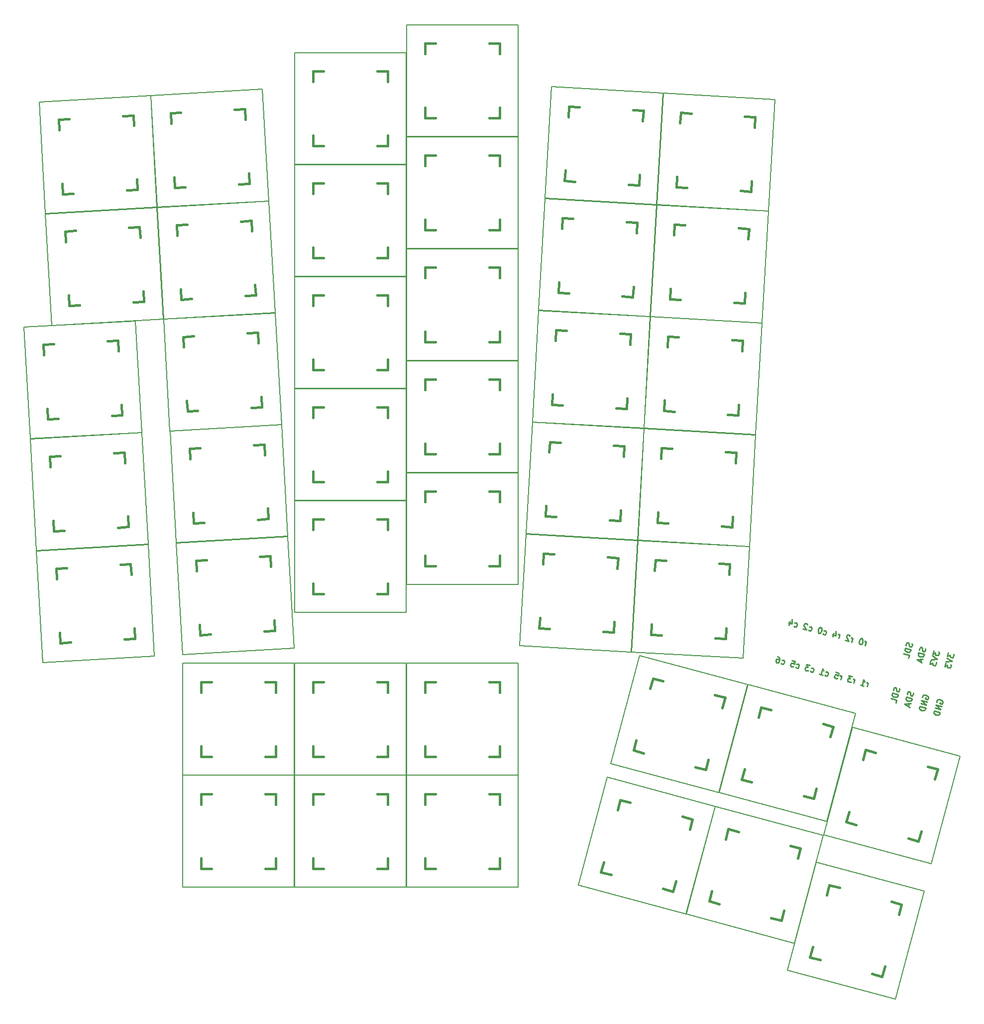
<source format=gbo>
G04 #@! TF.FileFunction,Legend,Bot*
%FSLAX46Y46*%
G04 Gerber Fmt 4.6, Leading zero omitted, Abs format (unit mm)*
G04 Created by KiCad (PCBNEW 4.0.6+dfsg1-1) date Sat Mar 24 19:44:59 2018*
%MOMM*%
%LPD*%
G01*
G04 APERTURE LIST*
%ADD10C,0.100000*%
%ADD11C,0.250000*%
%ADD12C,0.150000*%
%ADD13C,0.381000*%
G04 APERTURE END LIST*
D10*
D11*
X189039088Y-139294849D02*
X189048110Y-139445163D01*
X188986486Y-139675146D01*
X188915841Y-139754814D01*
X188857520Y-139788486D01*
X188753202Y-139809833D01*
X188661209Y-139785183D01*
X188581541Y-139714537D01*
X188547869Y-139656216D01*
X188526521Y-139551898D01*
X188529824Y-139355587D01*
X188508477Y-139251269D01*
X188474805Y-139192948D01*
X188395137Y-139122302D01*
X188303144Y-139097653D01*
X188198827Y-139119000D01*
X188140506Y-139152672D01*
X188069860Y-139232340D01*
X188008236Y-139462323D01*
X188017258Y-139612637D01*
X188826265Y-140273099D02*
X187860339Y-140014280D01*
X187798716Y-140244262D01*
X187807738Y-140394577D01*
X187875081Y-140511219D01*
X187954750Y-140581865D01*
X188126411Y-140677160D01*
X188264401Y-140714135D01*
X188460711Y-140717437D01*
X188565029Y-140696090D01*
X188681671Y-140628747D01*
X188764642Y-140503081D01*
X188826265Y-140273099D01*
X188444199Y-141698990D02*
X188567446Y-141239025D01*
X187601520Y-140980206D01*
X191305250Y-140091850D02*
X191314273Y-140242164D01*
X191252649Y-140472147D01*
X191182003Y-140551815D01*
X191123682Y-140585487D01*
X191019364Y-140606834D01*
X190927372Y-140582184D01*
X190847703Y-140511539D01*
X190814032Y-140453217D01*
X190792684Y-140348900D01*
X190795986Y-140152588D01*
X190774639Y-140048271D01*
X190740968Y-139989950D01*
X190661300Y-139919304D01*
X190569307Y-139894654D01*
X190464989Y-139916001D01*
X190406668Y-139949673D01*
X190336022Y-140029341D01*
X190274398Y-140259324D01*
X190283421Y-140409638D01*
X191092428Y-141070100D02*
X190126502Y-140811281D01*
X190064878Y-141041264D01*
X190073900Y-141191578D01*
X190141244Y-141308221D01*
X190220912Y-141378867D01*
X190392573Y-141474162D01*
X190530563Y-141511136D01*
X190726874Y-141514439D01*
X190831191Y-141493092D01*
X190947833Y-141425748D01*
X191030804Y-141300083D01*
X191092428Y-141070100D01*
X190569955Y-141916082D02*
X190446708Y-142376047D01*
X190870583Y-141898037D02*
X189818384Y-141961193D01*
X190698037Y-142541988D01*
X192701483Y-140442358D02*
X192541262Y-141040312D01*
X192995506Y-140816934D01*
X192958532Y-140954924D01*
X192979879Y-141059242D01*
X193013551Y-141117563D01*
X193093220Y-141188209D01*
X193323202Y-141249833D01*
X193427520Y-141228486D01*
X193485841Y-141194814D01*
X193556486Y-141115146D01*
X193630435Y-140839166D01*
X193609088Y-140734849D01*
X193575416Y-140676527D01*
X192467314Y-141316291D02*
X193346966Y-141897085D01*
X192294767Y-141960242D01*
X192233144Y-142190224D02*
X192072923Y-142788178D01*
X192527167Y-142564800D01*
X192490193Y-142702790D01*
X192511540Y-142807108D01*
X192545211Y-142865429D01*
X192624881Y-142936075D01*
X192854863Y-142997698D01*
X192959180Y-142976351D01*
X193017501Y-142942680D01*
X193088147Y-142863012D01*
X193162096Y-142587032D01*
X193140749Y-142482715D01*
X193107077Y-142424393D01*
X195201483Y-140832358D02*
X195041262Y-141430312D01*
X195495506Y-141206934D01*
X195458532Y-141344924D01*
X195479879Y-141449242D01*
X195513551Y-141507563D01*
X195593220Y-141578209D01*
X195823202Y-141639833D01*
X195927520Y-141618486D01*
X195985841Y-141584814D01*
X196056486Y-141505146D01*
X196130435Y-141229166D01*
X196109088Y-141124849D01*
X196075416Y-141066527D01*
X194967314Y-141706291D02*
X195846966Y-142287085D01*
X194794767Y-142350242D01*
X194733144Y-142580224D02*
X194572923Y-143178178D01*
X195027167Y-142954800D01*
X194990193Y-143092790D01*
X195011540Y-143197108D01*
X195045211Y-143255429D01*
X195124881Y-143326075D01*
X195354863Y-143387698D01*
X195459180Y-143366351D01*
X195517501Y-143332680D01*
X195588147Y-143253012D01*
X195662096Y-142977032D01*
X195640749Y-142872715D01*
X195607077Y-142814393D01*
X186879088Y-146934849D02*
X186888110Y-147085163D01*
X186826486Y-147315146D01*
X186755841Y-147394814D01*
X186697520Y-147428486D01*
X186593202Y-147449833D01*
X186501209Y-147425183D01*
X186421541Y-147354537D01*
X186387869Y-147296216D01*
X186366521Y-147191898D01*
X186369824Y-146995587D01*
X186348477Y-146891269D01*
X186314805Y-146832948D01*
X186235137Y-146762302D01*
X186143144Y-146737653D01*
X186038827Y-146759000D01*
X185980506Y-146792672D01*
X185909860Y-146872340D01*
X185848236Y-147102323D01*
X185857258Y-147252637D01*
X186666265Y-147913099D02*
X185700339Y-147654280D01*
X185638716Y-147884262D01*
X185647738Y-148034577D01*
X185715081Y-148151219D01*
X185794750Y-148221865D01*
X185966411Y-148317160D01*
X186104401Y-148354135D01*
X186300711Y-148357437D01*
X186405029Y-148336090D01*
X186521671Y-148268747D01*
X186604642Y-148143081D01*
X186666265Y-147913099D01*
X186284199Y-149338990D02*
X186407446Y-148879025D01*
X185441520Y-148620206D01*
X181363321Y-146603682D02*
X181535868Y-145959731D01*
X181486569Y-146143716D02*
X181465222Y-146039399D01*
X181431550Y-145981078D01*
X181351882Y-145910432D01*
X181259888Y-145885782D01*
X180259405Y-146307888D02*
X180811363Y-146455785D01*
X180535385Y-146381837D02*
X180794204Y-145415911D01*
X180849223Y-145578550D01*
X180916566Y-145695192D01*
X180996234Y-145765838D01*
X179109494Y-145999770D02*
X179282040Y-145355819D01*
X179232741Y-145539805D02*
X179211394Y-145435488D01*
X179177722Y-145377166D01*
X179098054Y-145306521D01*
X179006060Y-145281871D01*
X178862351Y-144898272D02*
X178264397Y-144738051D01*
X178487775Y-145192296D01*
X178349785Y-145155321D01*
X178245467Y-145176668D01*
X178187146Y-145210340D01*
X178116500Y-145290009D01*
X178054877Y-145519991D01*
X178076224Y-145624309D01*
X178109895Y-145682630D01*
X178189564Y-145753276D01*
X178465543Y-145827224D01*
X178569861Y-145805877D01*
X178628182Y-145772205D01*
X176855666Y-145395859D02*
X177028212Y-144751908D01*
X176978914Y-144935894D02*
X176957567Y-144831576D01*
X176923895Y-144773255D01*
X176844227Y-144702609D01*
X176752233Y-144677960D01*
X176056566Y-144146464D02*
X176516531Y-144269712D01*
X176439280Y-144742001D01*
X176405609Y-144683680D01*
X176325940Y-144613034D01*
X176095957Y-144551410D01*
X175991640Y-144572757D01*
X175933319Y-144606429D01*
X175862673Y-144686098D01*
X175801049Y-144916080D01*
X175822396Y-145020397D01*
X175856068Y-145078719D01*
X175935736Y-145149364D01*
X176165719Y-145210988D01*
X176270037Y-145189641D01*
X176328358Y-145155969D01*
X174200195Y-144635029D02*
X174279863Y-144705675D01*
X174463849Y-144754974D01*
X174568167Y-144733627D01*
X174626488Y-144699955D01*
X174697134Y-144620287D01*
X174771082Y-144344307D01*
X174749735Y-144239990D01*
X174716064Y-144181669D01*
X174636396Y-144111023D01*
X174452409Y-144061724D01*
X174348091Y-144083071D01*
X173267941Y-144434531D02*
X173819899Y-144582428D01*
X173543920Y-144508479D02*
X173802739Y-143542553D01*
X173857758Y-143705192D01*
X173925101Y-143821834D01*
X174004769Y-143892480D01*
X171716385Y-143969494D02*
X171796053Y-144040140D01*
X171980040Y-144089439D01*
X172084357Y-144068092D01*
X172142678Y-144034420D01*
X172213324Y-143954752D01*
X172287273Y-143678772D01*
X172265926Y-143574455D01*
X172232254Y-143516134D01*
X172152586Y-143445488D01*
X171968599Y-143396189D01*
X171864282Y-143417536D01*
X171640904Y-142963292D02*
X171042950Y-142803070D01*
X171266328Y-143257315D01*
X171128338Y-143220340D01*
X171024020Y-143241687D01*
X170965699Y-143275359D01*
X170895053Y-143355028D01*
X170833430Y-143585010D01*
X170854777Y-143689328D01*
X170888448Y-143747649D01*
X170968117Y-143818295D01*
X171244096Y-143892243D01*
X171348414Y-143870896D01*
X171406735Y-143837225D01*
X169232575Y-143303959D02*
X169312243Y-143374605D01*
X169496230Y-143423904D01*
X169600548Y-143402557D01*
X169658869Y-143368885D01*
X169729515Y-143289217D01*
X169803463Y-143013238D01*
X169782116Y-142908920D01*
X169748444Y-142850599D01*
X169668776Y-142779953D01*
X169484790Y-142730654D01*
X169380472Y-142752001D01*
X168605137Y-142149860D02*
X169065102Y-142273107D01*
X168987851Y-142745396D01*
X168954180Y-142687075D01*
X168874511Y-142616429D01*
X168644528Y-142554806D01*
X168540211Y-142576153D01*
X168481890Y-142609824D01*
X168411244Y-142689493D01*
X168349620Y-142919476D01*
X168370967Y-143023793D01*
X168404639Y-143082114D01*
X168484307Y-143152760D01*
X168714290Y-143214384D01*
X168818608Y-143193037D01*
X168876929Y-143159365D01*
X166748766Y-142638424D02*
X166828434Y-142709070D01*
X167012420Y-142758369D01*
X167116738Y-142737022D01*
X167175059Y-142703351D01*
X167245705Y-142623682D01*
X167319653Y-142347703D01*
X167298306Y-142243385D01*
X167264635Y-142185064D01*
X167184967Y-142114418D01*
X167000980Y-142065119D01*
X166896662Y-142086466D01*
X166167323Y-141496650D02*
X166351310Y-141545949D01*
X166430978Y-141616595D01*
X166464650Y-141674916D01*
X166519669Y-141837555D01*
X166516366Y-142033865D01*
X166417768Y-142401837D01*
X166347123Y-142481506D01*
X166288801Y-142515177D01*
X166184484Y-142536524D01*
X166000497Y-142487225D01*
X165920829Y-142416579D01*
X165887157Y-142358258D01*
X165865810Y-142253941D01*
X165927434Y-142023959D01*
X165998080Y-141944290D01*
X166056401Y-141910618D01*
X166160719Y-141889271D01*
X166344705Y-141938570D01*
X166424373Y-142009216D01*
X166458045Y-142067537D01*
X166479392Y-142171855D01*
X181041417Y-139590914D02*
X181213963Y-138946963D01*
X181164664Y-139130949D02*
X181143317Y-139026632D01*
X181109646Y-138968310D01*
X181029978Y-138897665D01*
X180937984Y-138873015D01*
X180518296Y-138415468D02*
X180426302Y-138390819D01*
X180321985Y-138412166D01*
X180263664Y-138445837D01*
X180193018Y-138525505D01*
X180097722Y-138697166D01*
X180036099Y-138927150D01*
X180032796Y-139123460D01*
X180054143Y-139227777D01*
X180087815Y-139286099D01*
X180167483Y-139356744D01*
X180259477Y-139381394D01*
X180363795Y-139360047D01*
X180422116Y-139326375D01*
X180492761Y-139246707D01*
X180588057Y-139075046D01*
X180649680Y-138845063D01*
X180652983Y-138648753D01*
X180631636Y-138544435D01*
X180597964Y-138486114D01*
X180518296Y-138415468D01*
X178787590Y-138987003D02*
X178960136Y-138343052D01*
X178910837Y-138527038D02*
X178889490Y-138422720D01*
X178855818Y-138364399D01*
X178776150Y-138293753D01*
X178684156Y-138269104D01*
X178469801Y-137965173D02*
X178436129Y-137906852D01*
X178356461Y-137836206D01*
X178126478Y-137774583D01*
X178022161Y-137795930D01*
X177963840Y-137829601D01*
X177893194Y-137909269D01*
X177868544Y-138001262D01*
X177877567Y-138151576D01*
X178281628Y-138851431D01*
X177683673Y-138691210D01*
X176533762Y-138383092D02*
X176706308Y-137739141D01*
X176657009Y-137923127D02*
X176635662Y-137818809D01*
X176601991Y-137760488D01*
X176522322Y-137689842D01*
X176430329Y-137665192D01*
X175694385Y-137467997D02*
X175521839Y-138111948D01*
X176022966Y-137161649D02*
X176068077Y-137913220D01*
X175470122Y-137752999D01*
X173878290Y-137622261D02*
X173957958Y-137692907D01*
X174141945Y-137742206D01*
X174246263Y-137720859D01*
X174304584Y-137687188D01*
X174375230Y-137607520D01*
X174449178Y-137331540D01*
X174427831Y-137227222D01*
X174394159Y-137168901D01*
X174314491Y-137098256D01*
X174130505Y-137048956D01*
X174026187Y-137070303D01*
X173526831Y-136542111D02*
X173434837Y-136517461D01*
X173330520Y-136538808D01*
X173272199Y-136572480D01*
X173201553Y-136652148D01*
X173106258Y-136823809D01*
X173044634Y-137053792D01*
X173041331Y-137250103D01*
X173062678Y-137354420D01*
X173096350Y-137412741D01*
X173176018Y-137483387D01*
X173268012Y-137508037D01*
X173372330Y-137486690D01*
X173430651Y-137453018D01*
X173501297Y-137373350D01*
X173596592Y-137201689D01*
X173658216Y-136971706D01*
X173661518Y-136775395D01*
X173640171Y-136671078D01*
X173606499Y-136612757D01*
X173526831Y-136542111D01*
X171394481Y-136956727D02*
X171474149Y-137027373D01*
X171658135Y-137076672D01*
X171762453Y-137055325D01*
X171820774Y-137021653D01*
X171891420Y-136941985D01*
X171965368Y-136666005D01*
X171944021Y-136561688D01*
X171910350Y-136503367D01*
X171830682Y-136432721D01*
X171646695Y-136383422D01*
X171542377Y-136404769D01*
X171248354Y-136030192D02*
X171214682Y-135971871D01*
X171135014Y-135901226D01*
X170905031Y-135839602D01*
X170800714Y-135860949D01*
X170742393Y-135894620D01*
X170671747Y-135974289D01*
X170647097Y-136066281D01*
X170656120Y-136216595D01*
X171060181Y-136916450D01*
X170462227Y-136756229D01*
X168910671Y-136291192D02*
X168990339Y-136361838D01*
X169174326Y-136411137D01*
X169278643Y-136389790D01*
X169336964Y-136356118D01*
X169407610Y-136276450D01*
X169481559Y-136000470D01*
X169460212Y-135896153D01*
X169426540Y-135837832D01*
X169346872Y-135767186D01*
X169162885Y-135717887D01*
X169058568Y-135739234D01*
X168242956Y-135471392D02*
X168070410Y-136115343D01*
X168571537Y-135165045D02*
X168616648Y-135916616D01*
X168018693Y-135756394D01*
X193254232Y-149234648D02*
X193232885Y-149130330D01*
X193269859Y-148992341D01*
X193352830Y-148866675D01*
X193469472Y-148799332D01*
X193573790Y-148777985D01*
X193770100Y-148781287D01*
X193908091Y-148818262D01*
X194079752Y-148913557D01*
X194159420Y-148984203D01*
X194226763Y-149100845D01*
X194235785Y-149251160D01*
X194211136Y-149343153D01*
X194128165Y-149468817D01*
X194069844Y-149502489D01*
X193747869Y-149416216D01*
X193797168Y-149232230D01*
X194050915Y-149941106D02*
X193084989Y-149682287D01*
X193903018Y-150493064D01*
X192937092Y-150234245D01*
X193779771Y-150953029D02*
X192813845Y-150694209D01*
X192752222Y-150924192D01*
X192761244Y-151074507D01*
X192828587Y-151191149D01*
X192908255Y-151261795D01*
X193079916Y-151357090D01*
X193217906Y-151394064D01*
X193414217Y-151397367D01*
X193518534Y-151376020D01*
X193635177Y-151308676D01*
X193718147Y-151183011D01*
X193779771Y-150953029D01*
X190804232Y-148464648D02*
X190782885Y-148360330D01*
X190819859Y-148222341D01*
X190902830Y-148096675D01*
X191019472Y-148029332D01*
X191123790Y-148007985D01*
X191320100Y-148011287D01*
X191458091Y-148048262D01*
X191629752Y-148143557D01*
X191709420Y-148214203D01*
X191776763Y-148330845D01*
X191785785Y-148481160D01*
X191761136Y-148573153D01*
X191678165Y-148698817D01*
X191619844Y-148732489D01*
X191297869Y-148646216D01*
X191347168Y-148462230D01*
X191600915Y-149171106D02*
X190634989Y-148912287D01*
X191453018Y-149723064D01*
X190487092Y-149464245D01*
X191329771Y-150183029D02*
X190363845Y-149924209D01*
X190302222Y-150154192D01*
X190311244Y-150304507D01*
X190378587Y-150421149D01*
X190458255Y-150491795D01*
X190629916Y-150587090D01*
X190767906Y-150624064D01*
X190964217Y-150627367D01*
X191068534Y-150606020D01*
X191185177Y-150538676D01*
X191268147Y-150413011D01*
X191329771Y-150183029D01*
X189245250Y-147631850D02*
X189254273Y-147782164D01*
X189192649Y-148012147D01*
X189122003Y-148091815D01*
X189063682Y-148125487D01*
X188959364Y-148146834D01*
X188867372Y-148122184D01*
X188787703Y-148051539D01*
X188754032Y-147993217D01*
X188732684Y-147888900D01*
X188735986Y-147692588D01*
X188714639Y-147588271D01*
X188680968Y-147529950D01*
X188601300Y-147459304D01*
X188509307Y-147434654D01*
X188404989Y-147456001D01*
X188346668Y-147489673D01*
X188276022Y-147569341D01*
X188214398Y-147799324D01*
X188223421Y-147949638D01*
X189032428Y-148610100D02*
X188066502Y-148351281D01*
X188004878Y-148581264D01*
X188013900Y-148731578D01*
X188081244Y-148848221D01*
X188160912Y-148918867D01*
X188332573Y-149014162D01*
X188470563Y-149051136D01*
X188666874Y-149054439D01*
X188771191Y-149033092D01*
X188887833Y-148965748D01*
X188970804Y-148840083D01*
X189032428Y-148610100D01*
X188509955Y-149456082D02*
X188386708Y-149916047D01*
X188810583Y-149438037D02*
X187758384Y-149501193D01*
X188638037Y-150081988D01*
D12*
X41626664Y-66182345D02*
X60596105Y-65105182D01*
X60596105Y-65105182D02*
X61673268Y-84074623D01*
X61673268Y-84074623D02*
X42703827Y-85151786D01*
X42703827Y-85151786D02*
X41626664Y-66182345D01*
D13*
X44950180Y-69148696D02*
X46725320Y-69047896D01*
X55854614Y-68529497D02*
X57629754Y-68428698D01*
X57629754Y-68428698D02*
X57730554Y-70203838D01*
X58248953Y-79333132D02*
X58349752Y-81108272D01*
X58349752Y-81108272D02*
X56574612Y-81209072D01*
X47445318Y-81727471D02*
X45670178Y-81828270D01*
X45670178Y-81828270D02*
X45569378Y-80053130D01*
X45050979Y-70923836D02*
X44950180Y-69148696D01*
D12*
X61726023Y-84121709D02*
X80695464Y-83044546D01*
X80695464Y-83044546D02*
X81772627Y-102013987D01*
X81772627Y-102013987D02*
X62803186Y-103091150D01*
X62803186Y-103091150D02*
X61726023Y-84121709D01*
D13*
X65049539Y-87088060D02*
X66824679Y-86987260D01*
X75953973Y-86468861D02*
X77729113Y-86368062D01*
X77729113Y-86368062D02*
X77829913Y-88143202D01*
X78348312Y-97272496D02*
X78449111Y-99047636D01*
X78449111Y-99047636D02*
X76673971Y-99148436D01*
X67544677Y-99666835D02*
X65769537Y-99767634D01*
X65769537Y-99767634D02*
X65668737Y-97992494D01*
X65150338Y-88863200D02*
X65049539Y-87088060D01*
D12*
X103064638Y-34025000D02*
X122064638Y-34025000D01*
X122064638Y-34025000D02*
X122064638Y-53025000D01*
X122064638Y-53025000D02*
X103064638Y-53025000D01*
X103064638Y-53025000D02*
X103064638Y-34025000D01*
D13*
X106214638Y-37175000D02*
X107992638Y-37175000D01*
X117136638Y-37175000D02*
X118914638Y-37175000D01*
X118914638Y-37175000D02*
X118914638Y-38953000D01*
X118914638Y-48097000D02*
X118914638Y-49875000D01*
X118914638Y-49875000D02*
X117136638Y-49875000D01*
X107992638Y-49875000D02*
X106214638Y-49875000D01*
X106214638Y-49875000D02*
X106214638Y-48097000D01*
X106214638Y-38953000D02*
X106214638Y-37175000D01*
D12*
X63886018Y-122160432D02*
X82855459Y-121083269D01*
X82855459Y-121083269D02*
X83932622Y-140052710D01*
X83932622Y-140052710D02*
X64963181Y-141129873D01*
X64963181Y-141129873D02*
X63886018Y-122160432D01*
D13*
X67209534Y-125126783D02*
X68984674Y-125025983D01*
X78113968Y-124507584D02*
X79889108Y-124406785D01*
X79889108Y-124406785D02*
X79989908Y-126181925D01*
X80508307Y-135311219D02*
X80609106Y-137086359D01*
X80609106Y-137086359D02*
X78833966Y-137187159D01*
X69704672Y-137705558D02*
X67929532Y-137806357D01*
X67929532Y-137806357D02*
X67828732Y-136031217D01*
X67310333Y-126901923D02*
X67209534Y-125126783D01*
D12*
X127691253Y-44570973D02*
X146660694Y-45648136D01*
X146660694Y-45648136D02*
X145583531Y-64617577D01*
X145583531Y-64617577D02*
X126614090Y-63540414D01*
X126614090Y-63540414D02*
X127691253Y-44570973D01*
D13*
X130657604Y-47894489D02*
X132432744Y-47995288D01*
X141562038Y-48513687D02*
X143337178Y-48614487D01*
X143337178Y-48614487D02*
X143236379Y-50389627D01*
X142717980Y-59518921D02*
X142617180Y-61294061D01*
X142617180Y-61294061D02*
X140842040Y-61193262D01*
X131712746Y-60674863D02*
X129937606Y-60574063D01*
X129937606Y-60574063D02*
X130038405Y-58798923D01*
X130556804Y-49669629D02*
X130657604Y-47894489D01*
D12*
X143470621Y-102709055D02*
X162440062Y-103786218D01*
X162440062Y-103786218D02*
X161362899Y-122755659D01*
X161362899Y-122755659D02*
X142393458Y-121678496D01*
X142393458Y-121678496D02*
X143470621Y-102709055D01*
D13*
X146436972Y-106032571D02*
X148212112Y-106133370D01*
X157341406Y-106651769D02*
X159116546Y-106752569D01*
X159116546Y-106752569D02*
X159015747Y-108527709D01*
X158497348Y-117657003D02*
X158396548Y-119432143D01*
X158396548Y-119432143D02*
X156621408Y-119331344D01*
X147492114Y-118812945D02*
X145716974Y-118712145D01*
X145716974Y-118712145D02*
X145817773Y-116937005D01*
X146336172Y-107807711D02*
X146436972Y-106032571D01*
D12*
X84014638Y-161660000D02*
X103014638Y-161660000D01*
X103014638Y-161660000D02*
X103014638Y-180660000D01*
X103014638Y-180660000D02*
X84014638Y-180660000D01*
X84014638Y-180660000D02*
X84014638Y-161660000D01*
D13*
X87164638Y-164810000D02*
X88942638Y-164810000D01*
X98086638Y-164810000D02*
X99864638Y-164810000D01*
X99864638Y-164810000D02*
X99864638Y-166588000D01*
X99864638Y-175732000D02*
X99864638Y-177510000D01*
X99864638Y-177510000D02*
X98086638Y-177510000D01*
X88942638Y-177510000D02*
X87164638Y-177510000D01*
X87164638Y-177510000D02*
X87164638Y-175732000D01*
X87164638Y-166588000D02*
X87164638Y-164810000D01*
D12*
X40546667Y-47162984D02*
X59516108Y-46085821D01*
X59516108Y-46085821D02*
X60593271Y-65055262D01*
X60593271Y-65055262D02*
X41623830Y-66132425D01*
X41623830Y-66132425D02*
X40546667Y-47162984D01*
D13*
X43870183Y-50129335D02*
X45645323Y-50028535D01*
X54774617Y-49510136D02*
X56549757Y-49409337D01*
X56549757Y-49409337D02*
X56650557Y-51184477D01*
X57168956Y-60313771D02*
X57269755Y-62088911D01*
X57269755Y-62088911D02*
X55494615Y-62189711D01*
X46365321Y-62708110D02*
X44590181Y-62808909D01*
X44590181Y-62808909D02*
X44489381Y-61033769D01*
X43970982Y-51904475D02*
X43870183Y-50129335D01*
D12*
X62806021Y-103141070D02*
X81775462Y-102063907D01*
X81775462Y-102063907D02*
X82852625Y-121033348D01*
X82852625Y-121033348D02*
X63883184Y-122110511D01*
X63883184Y-122110511D02*
X62806021Y-103141070D01*
D13*
X66129537Y-106107421D02*
X67904677Y-106006621D01*
X77033971Y-105488222D02*
X78809111Y-105387423D01*
X78809111Y-105387423D02*
X78909911Y-107162563D01*
X79428310Y-116291857D02*
X79529109Y-118066997D01*
X79529109Y-118066997D02*
X77753969Y-118167797D01*
X68624675Y-118686196D02*
X66849535Y-118786995D01*
X66849535Y-118786995D02*
X66748735Y-117011855D01*
X66230336Y-107882561D02*
X66129537Y-106107421D01*
D12*
X103064638Y-53075000D02*
X122064638Y-53075000D01*
X122064638Y-53075000D02*
X122064638Y-72075000D01*
X122064638Y-72075000D02*
X103064638Y-72075000D01*
X103064638Y-72075000D02*
X103064638Y-53075000D01*
D13*
X106214638Y-56225000D02*
X107992638Y-56225000D01*
X117136638Y-56225000D02*
X118914638Y-56225000D01*
X118914638Y-56225000D02*
X118914638Y-58003000D01*
X118914638Y-67147000D02*
X118914638Y-68925000D01*
X118914638Y-68925000D02*
X117136638Y-68925000D01*
X107992638Y-68925000D02*
X106214638Y-68925000D01*
X106214638Y-68925000D02*
X106214638Y-67147000D01*
X106214638Y-58003000D02*
X106214638Y-56225000D01*
D12*
X84014638Y-114987500D02*
X103014638Y-114987500D01*
X103014638Y-114987500D02*
X103014638Y-133987500D01*
X103014638Y-133987500D02*
X84014638Y-133987500D01*
X84014638Y-133987500D02*
X84014638Y-114987500D01*
D13*
X87164638Y-118137500D02*
X88942638Y-118137500D01*
X98086638Y-118137500D02*
X99864638Y-118137500D01*
X99864638Y-118137500D02*
X99864638Y-119915500D01*
X99864638Y-129059500D02*
X99864638Y-130837500D01*
X99864638Y-130837500D02*
X98086638Y-130837500D01*
X88942638Y-130837500D02*
X87164638Y-130837500D01*
X87164638Y-130837500D02*
X87164638Y-129059500D01*
X87164638Y-119915500D02*
X87164638Y-118137500D01*
D12*
X126611255Y-63590335D02*
X145580696Y-64667498D01*
X145580696Y-64667498D02*
X144503533Y-83636939D01*
X144503533Y-83636939D02*
X125534092Y-82559776D01*
X125534092Y-82559776D02*
X126611255Y-63590335D01*
D13*
X129577606Y-66913851D02*
X131352746Y-67014650D01*
X140482040Y-67533049D02*
X142257180Y-67633849D01*
X142257180Y-67633849D02*
X142156381Y-69408989D01*
X141637982Y-78538283D02*
X141537182Y-80313423D01*
X141537182Y-80313423D02*
X139762042Y-80212624D01*
X130632748Y-79694225D02*
X128857608Y-79593425D01*
X128857608Y-79593425D02*
X128958407Y-77818285D01*
X129476806Y-68688991D02*
X129577606Y-66913851D01*
D12*
X142390624Y-121728416D02*
X161360065Y-122805579D01*
X161360065Y-122805579D02*
X160282902Y-141775020D01*
X160282902Y-141775020D02*
X141313461Y-140697857D01*
X141313461Y-140697857D02*
X142390624Y-121728416D01*
D13*
X145356975Y-125051932D02*
X147132115Y-125152731D01*
X156261409Y-125671130D02*
X158036549Y-125771930D01*
X158036549Y-125771930D02*
X157935750Y-127547070D01*
X157417351Y-136676364D02*
X157316551Y-138451504D01*
X157316551Y-138451504D02*
X155541411Y-138350705D01*
X146412117Y-137832306D02*
X144636977Y-137731506D01*
X144636977Y-137731506D02*
X144737776Y-135956366D01*
X145256175Y-126827072D02*
X145356975Y-125051932D01*
D12*
X103064638Y-161660000D02*
X122064638Y-161660000D01*
X122064638Y-161660000D02*
X122064638Y-180660000D01*
X122064638Y-180660000D02*
X103064638Y-180660000D01*
X103064638Y-180660000D02*
X103064638Y-161660000D01*
D13*
X106214638Y-164810000D02*
X107992638Y-164810000D01*
X117136638Y-164810000D02*
X118914638Y-164810000D01*
X118914638Y-164810000D02*
X118914638Y-166588000D01*
X118914638Y-175732000D02*
X118914638Y-177510000D01*
X118914638Y-177510000D02*
X117136638Y-177510000D01*
X107992638Y-177510000D02*
X106214638Y-177510000D01*
X106214638Y-177510000D02*
X106214638Y-175732000D01*
X106214638Y-166588000D02*
X106214638Y-164810000D01*
D12*
X59566028Y-46082986D02*
X78535469Y-45005823D01*
X78535469Y-45005823D02*
X79612632Y-63975264D01*
X79612632Y-63975264D02*
X60643191Y-65052427D01*
X60643191Y-65052427D02*
X59566028Y-46082986D01*
D13*
X62889544Y-49049337D02*
X64664684Y-48948537D01*
X73793978Y-48430138D02*
X75569118Y-48329339D01*
X75569118Y-48329339D02*
X75669918Y-50104479D01*
X76188317Y-59233773D02*
X76289116Y-61008913D01*
X76289116Y-61008913D02*
X74513976Y-61109713D01*
X65384682Y-61628112D02*
X63609542Y-61728911D01*
X63609542Y-61728911D02*
X63508742Y-59953771D01*
X62990343Y-50824477D02*
X62889544Y-49049337D01*
D12*
X84014638Y-95937500D02*
X103014638Y-95937500D01*
X103014638Y-95937500D02*
X103014638Y-114937500D01*
X103014638Y-114937500D02*
X84014638Y-114937500D01*
X84014638Y-114937500D02*
X84014638Y-95937500D01*
D13*
X87164638Y-99087500D02*
X88942638Y-99087500D01*
X98086638Y-99087500D02*
X99864638Y-99087500D01*
X99864638Y-99087500D02*
X99864638Y-100865500D01*
X99864638Y-110009500D02*
X99864638Y-111787500D01*
X99864638Y-111787500D02*
X98086638Y-111787500D01*
X88942638Y-111787500D02*
X87164638Y-111787500D01*
X87164638Y-111787500D02*
X87164638Y-110009500D01*
X87164638Y-100865500D02*
X87164638Y-99087500D01*
D12*
X103064638Y-72125000D02*
X122064638Y-72125000D01*
X122064638Y-72125000D02*
X122064638Y-91125000D01*
X122064638Y-91125000D02*
X103064638Y-91125000D01*
X103064638Y-91125000D02*
X103064638Y-72125000D01*
D13*
X106214638Y-75275000D02*
X107992638Y-75275000D01*
X117136638Y-75275000D02*
X118914638Y-75275000D01*
X118914638Y-75275000D02*
X118914638Y-77053000D01*
X118914638Y-86197000D02*
X118914638Y-87975000D01*
X118914638Y-87975000D02*
X117136638Y-87975000D01*
X107992638Y-87975000D02*
X106214638Y-87975000D01*
X106214638Y-87975000D02*
X106214638Y-86197000D01*
X106214638Y-77053000D02*
X106214638Y-75275000D01*
D12*
X84014638Y-142610000D02*
X103014638Y-142610000D01*
X103014638Y-142610000D02*
X103014638Y-161610000D01*
X103014638Y-161610000D02*
X84014638Y-161610000D01*
X84014638Y-161610000D02*
X84014638Y-142610000D01*
D13*
X87164638Y-145760000D02*
X88942638Y-145760000D01*
X98086638Y-145760000D02*
X99864638Y-145760000D01*
X99864638Y-145760000D02*
X99864638Y-147538000D01*
X99864638Y-156682000D02*
X99864638Y-158460000D01*
X99864638Y-158460000D02*
X98086638Y-158460000D01*
X88942638Y-158460000D02*
X87164638Y-158460000D01*
X87164638Y-158460000D02*
X87164638Y-156682000D01*
X87164638Y-147538000D02*
X87164638Y-145760000D01*
D12*
X145630616Y-64670332D02*
X164600057Y-65747495D01*
X164600057Y-65747495D02*
X163522894Y-84716936D01*
X163522894Y-84716936D02*
X144553453Y-83639773D01*
X144553453Y-83639773D02*
X145630616Y-64670332D01*
D13*
X148596967Y-67993848D02*
X150372107Y-68094647D01*
X159501401Y-68613046D02*
X161276541Y-68713846D01*
X161276541Y-68713846D02*
X161175742Y-70488986D01*
X160657343Y-79618280D02*
X160556543Y-81393420D01*
X160556543Y-81393420D02*
X158781403Y-81292621D01*
X149652109Y-80774222D02*
X147876969Y-80673422D01*
X147876969Y-80673422D02*
X147977768Y-78898282D01*
X148496167Y-69768988D02*
X148596967Y-67993848D01*
D12*
X161114404Y-146243549D02*
X179466994Y-151161111D01*
X179466994Y-151161111D02*
X174549432Y-169513701D01*
X174549432Y-169513701D02*
X156196842Y-164596139D01*
X156196842Y-164596139D02*
X161114404Y-146243549D01*
D13*
X163341790Y-150101495D02*
X165059206Y-150561675D01*
X173891632Y-152928317D02*
X175609048Y-153388497D01*
X175609048Y-153388497D02*
X175148868Y-155105913D01*
X172782226Y-163938339D02*
X172322046Y-165655755D01*
X172322046Y-165655755D02*
X170604630Y-165195575D01*
X161772204Y-162828933D02*
X160054788Y-162368753D01*
X160054788Y-162368753D02*
X160514968Y-160651337D01*
X162881610Y-151818911D02*
X163341790Y-150101495D01*
D12*
X103064638Y-142610000D02*
X122064638Y-142610000D01*
X122064638Y-142610000D02*
X122064638Y-161610000D01*
X122064638Y-161610000D02*
X103064638Y-161610000D01*
X103064638Y-161610000D02*
X103064638Y-142610000D01*
D13*
X106214638Y-145760000D02*
X107992638Y-145760000D01*
X117136638Y-145760000D02*
X118914638Y-145760000D01*
X118914638Y-145760000D02*
X118914638Y-147538000D01*
X118914638Y-156682000D02*
X118914638Y-158460000D01*
X118914638Y-158460000D02*
X117136638Y-158460000D01*
X107992638Y-158460000D02*
X106214638Y-158460000D01*
X106214638Y-158460000D02*
X106214638Y-156682000D01*
X106214638Y-147538000D02*
X106214638Y-145760000D01*
D12*
X60646025Y-65102348D02*
X79615466Y-64025185D01*
X79615466Y-64025185D02*
X80692629Y-82994626D01*
X80692629Y-82994626D02*
X61723188Y-84071789D01*
X61723188Y-84071789D02*
X60646025Y-65102348D01*
D13*
X63969541Y-68068699D02*
X65744681Y-67967899D01*
X74873975Y-67449500D02*
X76649115Y-67348701D01*
X76649115Y-67348701D02*
X76749915Y-69123841D01*
X77268314Y-78253135D02*
X77369113Y-80028275D01*
X77369113Y-80028275D02*
X75593973Y-80129075D01*
X66464679Y-80647474D02*
X64689539Y-80748273D01*
X64689539Y-80748273D02*
X64588739Y-78973133D01*
X64070340Y-69843839D02*
X63969541Y-68068699D01*
D12*
X84014638Y-76887500D02*
X103014638Y-76887500D01*
X103014638Y-76887500D02*
X103014638Y-95887500D01*
X103014638Y-95887500D02*
X84014638Y-95887500D01*
X84014638Y-95887500D02*
X84014638Y-76887500D01*
D13*
X87164638Y-80037500D02*
X88942638Y-80037500D01*
X98086638Y-80037500D02*
X99864638Y-80037500D01*
X99864638Y-80037500D02*
X99864638Y-81815500D01*
X99864638Y-90959500D02*
X99864638Y-92737500D01*
X99864638Y-92737500D02*
X98086638Y-92737500D01*
X88942638Y-92737500D02*
X87164638Y-92737500D01*
X87164638Y-92737500D02*
X87164638Y-90959500D01*
X87164638Y-81815500D02*
X87164638Y-80037500D01*
D12*
X103064638Y-91175000D02*
X122064638Y-91175000D01*
X122064638Y-91175000D02*
X122064638Y-110175000D01*
X122064638Y-110175000D02*
X103064638Y-110175000D01*
X103064638Y-110175000D02*
X103064638Y-91175000D01*
D13*
X106214638Y-94325000D02*
X107992638Y-94325000D01*
X117136638Y-94325000D02*
X118914638Y-94325000D01*
X118914638Y-94325000D02*
X118914638Y-96103000D01*
X118914638Y-105247000D02*
X118914638Y-107025000D01*
X118914638Y-107025000D02*
X117136638Y-107025000D01*
X107992638Y-107025000D02*
X106214638Y-107025000D01*
X106214638Y-107025000D02*
X106214638Y-105247000D01*
X106214638Y-96103000D02*
X106214638Y-94325000D01*
D12*
X64964638Y-142610000D02*
X83964638Y-142610000D01*
X83964638Y-142610000D02*
X83964638Y-161610000D01*
X83964638Y-161610000D02*
X64964638Y-161610000D01*
X64964638Y-161610000D02*
X64964638Y-142610000D01*
D13*
X68114638Y-145760000D02*
X69892638Y-145760000D01*
X79036638Y-145760000D02*
X80814638Y-145760000D01*
X80814638Y-145760000D02*
X80814638Y-147538000D01*
X80814638Y-156682000D02*
X80814638Y-158460000D01*
X80814638Y-158460000D02*
X79036638Y-158460000D01*
X69892638Y-158460000D02*
X68114638Y-158460000D01*
X68114638Y-158460000D02*
X68114638Y-156682000D01*
X68114638Y-147538000D02*
X68114638Y-145760000D01*
D12*
X144550619Y-83689694D02*
X163520060Y-84766857D01*
X163520060Y-84766857D02*
X162442897Y-103736298D01*
X162442897Y-103736298D02*
X143473456Y-102659135D01*
X143473456Y-102659135D02*
X144550619Y-83689694D01*
D13*
X147516970Y-87013210D02*
X149292110Y-87114009D01*
X158421404Y-87632408D02*
X160196544Y-87733208D01*
X160196544Y-87733208D02*
X160095745Y-89508348D01*
X159577346Y-98637642D02*
X159476546Y-100412782D01*
X159476546Y-100412782D02*
X157701406Y-100311983D01*
X148572112Y-99793584D02*
X146796972Y-99692784D01*
X146796972Y-99692784D02*
X146897771Y-97917644D01*
X147416170Y-88788350D02*
X147516970Y-87013210D01*
D12*
X178898978Y-153474163D02*
X197251568Y-158391725D01*
X197251568Y-158391725D02*
X192334006Y-176744315D01*
X192334006Y-176744315D02*
X173981416Y-171826753D01*
X173981416Y-171826753D02*
X178898978Y-153474163D01*
D13*
X181126364Y-157332109D02*
X182843780Y-157792289D01*
X191676206Y-160158931D02*
X193393622Y-160619111D01*
X193393622Y-160619111D02*
X192933442Y-162336527D01*
X190566800Y-171168953D02*
X190106620Y-172886369D01*
X190106620Y-172886369D02*
X188389204Y-172426189D01*
X179556778Y-170059547D02*
X177839362Y-169599367D01*
X177839362Y-169599367D02*
X178299542Y-167881951D01*
X180666184Y-159049525D02*
X181126364Y-157332109D01*
D12*
X123371262Y-120648419D02*
X142340703Y-121725582D01*
X142340703Y-121725582D02*
X141263540Y-140695023D01*
X141263540Y-140695023D02*
X122294099Y-139617860D01*
X122294099Y-139617860D02*
X123371262Y-120648419D01*
D13*
X126337613Y-123971935D02*
X128112753Y-124072734D01*
X137242047Y-124591133D02*
X139017187Y-124691933D01*
X139017187Y-124691933D02*
X138916388Y-126467073D01*
X138397989Y-135596367D02*
X138297189Y-137371507D01*
X138297189Y-137371507D02*
X136522049Y-137270708D01*
X127392755Y-136752309D02*
X125617615Y-136651509D01*
X125617615Y-136651509D02*
X125718414Y-134876369D01*
X126236813Y-125747075D02*
X126337613Y-123971935D01*
D12*
X84014638Y-57837500D02*
X103014638Y-57837500D01*
X103014638Y-57837500D02*
X103014638Y-76837500D01*
X103014638Y-76837500D02*
X84014638Y-76837500D01*
X84014638Y-76837500D02*
X84014638Y-57837500D01*
D13*
X87164638Y-60987500D02*
X88942638Y-60987500D01*
X98086638Y-60987500D02*
X99864638Y-60987500D01*
X99864638Y-60987500D02*
X99864638Y-62765500D01*
X99864638Y-71909500D02*
X99864638Y-73687500D01*
X99864638Y-73687500D02*
X98086638Y-73687500D01*
X88942638Y-73687500D02*
X87164638Y-73687500D01*
X87164638Y-73687500D02*
X87164638Y-71909500D01*
X87164638Y-62765500D02*
X87164638Y-60987500D01*
D12*
X37951821Y-85471706D02*
X56921262Y-84394543D01*
X56921262Y-84394543D02*
X57998425Y-103363984D01*
X57998425Y-103363984D02*
X39028984Y-104441147D01*
X39028984Y-104441147D02*
X37951821Y-85471706D01*
D13*
X41275337Y-88438057D02*
X43050477Y-88337257D01*
X52179771Y-87818858D02*
X53954911Y-87718059D01*
X53954911Y-87718059D02*
X54055711Y-89493199D01*
X54574110Y-98622493D02*
X54674909Y-100397633D01*
X54674909Y-100397633D02*
X52899769Y-100498433D01*
X43770475Y-101016832D02*
X41995335Y-101117631D01*
X41995335Y-101117631D02*
X41894535Y-99342491D01*
X41376136Y-90213197D02*
X41275337Y-88438057D01*
D12*
X103064638Y-110225000D02*
X122064638Y-110225000D01*
X122064638Y-110225000D02*
X122064638Y-129225000D01*
X122064638Y-129225000D02*
X103064638Y-129225000D01*
X103064638Y-129225000D02*
X103064638Y-110225000D01*
D13*
X106214638Y-113375000D02*
X107992638Y-113375000D01*
X117136638Y-113375000D02*
X118914638Y-113375000D01*
X118914638Y-113375000D02*
X118914638Y-115153000D01*
X118914638Y-124297000D02*
X118914638Y-126075000D01*
X118914638Y-126075000D02*
X117136638Y-126075000D01*
X107992638Y-126075000D02*
X106214638Y-126075000D01*
X106214638Y-126075000D02*
X106214638Y-124297000D01*
X106214638Y-115153000D02*
X106214638Y-113375000D01*
D12*
X64964638Y-161660000D02*
X83964638Y-161660000D01*
X83964638Y-161660000D02*
X83964638Y-180660000D01*
X83964638Y-180660000D02*
X64964638Y-180660000D01*
X64964638Y-180660000D02*
X64964638Y-161660000D01*
D13*
X68114638Y-164810000D02*
X69892638Y-164810000D01*
X79036638Y-164810000D02*
X80814638Y-164810000D01*
X80814638Y-164810000D02*
X80814638Y-166588000D01*
X80814638Y-175732000D02*
X80814638Y-177510000D01*
X80814638Y-177510000D02*
X79036638Y-177510000D01*
X69892638Y-177510000D02*
X68114638Y-177510000D01*
X68114638Y-177510000D02*
X68114638Y-175732000D01*
X68114638Y-166588000D02*
X68114638Y-164810000D01*
D12*
X125531257Y-82609696D02*
X144500698Y-83686859D01*
X144500698Y-83686859D02*
X143423535Y-102656300D01*
X143423535Y-102656300D02*
X124454094Y-101579137D01*
X124454094Y-101579137D02*
X125531257Y-82609696D01*
D13*
X128497608Y-85933212D02*
X130272748Y-86034011D01*
X139402042Y-86552410D02*
X141177182Y-86653210D01*
X141177182Y-86653210D02*
X141076383Y-88428350D01*
X140557984Y-97557644D02*
X140457184Y-99332784D01*
X140457184Y-99332784D02*
X138682044Y-99231985D01*
X129552750Y-98713586D02*
X127777610Y-98612786D01*
X127777610Y-98612786D02*
X127878409Y-96837646D01*
X128396808Y-87708352D02*
X128497608Y-85933212D01*
D12*
X172735849Y-176475272D02*
X191088439Y-181392834D01*
X191088439Y-181392834D02*
X186170877Y-199745424D01*
X186170877Y-199745424D02*
X167818287Y-194827862D01*
X167818287Y-194827862D02*
X172735849Y-176475272D01*
D13*
X174963235Y-180333218D02*
X176680651Y-180793398D01*
X185513077Y-183160040D02*
X187230493Y-183620220D01*
X187230493Y-183620220D02*
X186770313Y-185337636D01*
X184403671Y-194170062D02*
X183943491Y-195887478D01*
X183943491Y-195887478D02*
X182226075Y-195427298D01*
X173393649Y-193060656D02*
X171676233Y-192600476D01*
X171676233Y-192600476D02*
X172136413Y-190883060D01*
X174503055Y-182050634D02*
X174963235Y-180333218D01*
D12*
X142713517Y-141313046D02*
X161066107Y-146230608D01*
X161066107Y-146230608D02*
X156148545Y-164583198D01*
X156148545Y-164583198D02*
X137795955Y-159665636D01*
X137795955Y-159665636D02*
X142713517Y-141313046D01*
D13*
X144940903Y-145170992D02*
X146658319Y-145631172D01*
X155490745Y-147997814D02*
X157208161Y-148457994D01*
X157208161Y-148457994D02*
X156747981Y-150175410D01*
X154381339Y-159007836D02*
X153921159Y-160725252D01*
X153921159Y-160725252D02*
X152203743Y-160265072D01*
X143371317Y-157898430D02*
X141653901Y-157438250D01*
X141653901Y-157438250D02*
X142114081Y-155720834D01*
X144480723Y-146888408D02*
X144940903Y-145170992D01*
D12*
X84014638Y-38787500D02*
X103014638Y-38787500D01*
X103014638Y-38787500D02*
X103014638Y-57787500D01*
X103014638Y-57787500D02*
X84014638Y-57787500D01*
X84014638Y-57787500D02*
X84014638Y-38787500D01*
D13*
X87164638Y-41937500D02*
X88942638Y-41937500D01*
X98086638Y-41937500D02*
X99864638Y-41937500D01*
X99864638Y-41937500D02*
X99864638Y-43715500D01*
X99864638Y-52859500D02*
X99864638Y-54637500D01*
X99864638Y-54637500D02*
X98086638Y-54637500D01*
X88942638Y-54637500D02*
X87164638Y-54637500D01*
X87164638Y-54637500D02*
X87164638Y-52859500D01*
X87164638Y-43715500D02*
X87164638Y-41937500D01*
D12*
X39031819Y-104491067D02*
X58001260Y-103413904D01*
X58001260Y-103413904D02*
X59078423Y-122383345D01*
X59078423Y-122383345D02*
X40108982Y-123460508D01*
X40108982Y-123460508D02*
X39031819Y-104491067D01*
D13*
X42355335Y-107457418D02*
X44130475Y-107356618D01*
X53259769Y-106838219D02*
X55034909Y-106737420D01*
X55034909Y-106737420D02*
X55135709Y-108512560D01*
X55654108Y-117641854D02*
X55754907Y-119416994D01*
X55754907Y-119416994D02*
X53979767Y-119517794D01*
X44850473Y-120036193D02*
X43075333Y-120136992D01*
X43075333Y-120136992D02*
X42974533Y-118361852D01*
X42456134Y-109232558D02*
X42355335Y-107457418D01*
D12*
X124451260Y-101629057D02*
X143420701Y-102706220D01*
X143420701Y-102706220D02*
X142343538Y-121675661D01*
X142343538Y-121675661D02*
X123374097Y-120598498D01*
X123374097Y-120598498D02*
X124451260Y-101629057D01*
D13*
X127417611Y-104952573D02*
X129192751Y-105053372D01*
X138322045Y-105571771D02*
X140097185Y-105672571D01*
X140097185Y-105672571D02*
X139996386Y-107447711D01*
X139477987Y-116577005D02*
X139377187Y-118352145D01*
X139377187Y-118352145D02*
X137602047Y-118251346D01*
X128472753Y-117732947D02*
X126697613Y-117632147D01*
X126697613Y-117632147D02*
X126798412Y-115857007D01*
X127316811Y-106727713D02*
X127417611Y-104952573D01*
D12*
X40111817Y-123510429D02*
X59081258Y-122433266D01*
X59081258Y-122433266D02*
X60158421Y-141402707D01*
X60158421Y-141402707D02*
X41188980Y-142479870D01*
X41188980Y-142479870D02*
X40111817Y-123510429D01*
D13*
X43435333Y-126476780D02*
X45210473Y-126375980D01*
X54339767Y-125857581D02*
X56114907Y-125756782D01*
X56114907Y-125756782D02*
X56215707Y-127531922D01*
X56734106Y-136661216D02*
X56834905Y-138436356D01*
X56834905Y-138436356D02*
X55059765Y-138537156D01*
X45930471Y-139055555D02*
X44155331Y-139156354D01*
X44155331Y-139156354D02*
X44054531Y-137381214D01*
X43536132Y-128251920D02*
X43435333Y-126476780D01*
D12*
X146710614Y-45650971D02*
X165680055Y-46728134D01*
X165680055Y-46728134D02*
X164602892Y-65697575D01*
X164602892Y-65697575D02*
X145633451Y-64620412D01*
X145633451Y-64620412D02*
X146710614Y-45650971D01*
D13*
X149676965Y-48974487D02*
X151452105Y-49075286D01*
X160581399Y-49593685D02*
X162356539Y-49694485D01*
X162356539Y-49694485D02*
X162255740Y-51469625D01*
X161737341Y-60598919D02*
X161636541Y-62374059D01*
X161636541Y-62374059D02*
X159861401Y-62273260D01*
X150732107Y-61754861D02*
X148956967Y-61654061D01*
X148956967Y-61654061D02*
X149057766Y-59878921D01*
X149576165Y-50749627D02*
X149676965Y-48974487D01*
D12*
X155567588Y-166944547D02*
X173920178Y-171862109D01*
X173920178Y-171862109D02*
X169002616Y-190214699D01*
X169002616Y-190214699D02*
X150650026Y-185297137D01*
X150650026Y-185297137D02*
X155567588Y-166944547D01*
D13*
X157794974Y-170802493D02*
X159512390Y-171262673D01*
X168344816Y-173629315D02*
X170062232Y-174089495D01*
X170062232Y-174089495D02*
X169602052Y-175806911D01*
X167235410Y-184639337D02*
X166775230Y-186356753D01*
X166775230Y-186356753D02*
X165057814Y-185896573D01*
X156225388Y-183529931D02*
X154507972Y-183069751D01*
X154507972Y-183069751D02*
X154968152Y-181352335D01*
X157334794Y-172519909D02*
X157794974Y-170802493D01*
D12*
X137166701Y-162014044D02*
X155519291Y-166931606D01*
X155519291Y-166931606D02*
X150601729Y-185284196D01*
X150601729Y-185284196D02*
X132249139Y-180366634D01*
X132249139Y-180366634D02*
X137166701Y-162014044D01*
D13*
X139394087Y-165871990D02*
X141111503Y-166332170D01*
X149943929Y-168698812D02*
X151661345Y-169158992D01*
X151661345Y-169158992D02*
X151201165Y-170876408D01*
X148834523Y-179708834D02*
X148374343Y-181426250D01*
X148374343Y-181426250D02*
X146656927Y-180966070D01*
X137824501Y-178599428D02*
X136107085Y-178139248D01*
X136107085Y-178139248D02*
X136567265Y-176421832D01*
X138933907Y-167589406D02*
X139394087Y-165871990D01*
M02*

</source>
